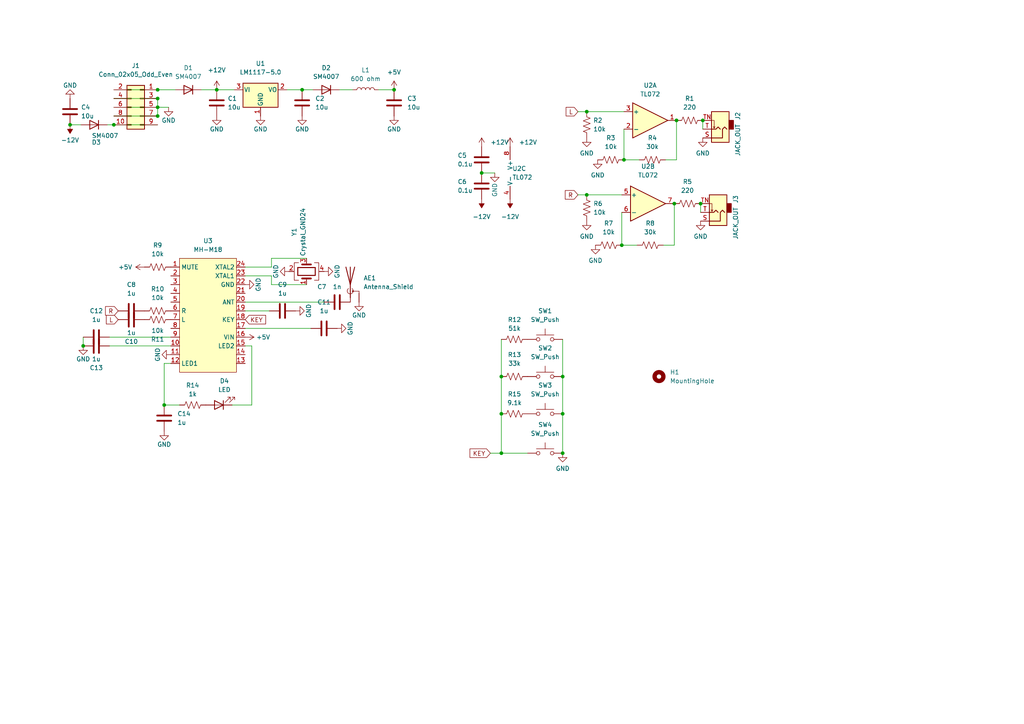
<source format=kicad_sch>
(kicad_sch (version 20211123) (generator eeschema)
  (paper "A4")
  (lib_symbols
    (symbol "Alex_Custom:MH-M18"
      (property "Reference" "U" (at 0 0 0))
      (property "Value" "MH-M18" (at 0 -36.83 0))
      (symbol "MH-M18_0_1"
        (rectangle (start -8.89 -2.54) (end 7.62 -35.56) (fill (type background)))
      )
      (symbol "MH-M18_1_1"
        (pin output line (at -11.43 -5.08 0) (length 2.54) (name "MUTE") (number "1"))
        (pin input line (at -11.43 -27.94 0) (length 2.54) (name "") (number "10"))
        (pin input line (at -11.43 -30.48 0) (length 2.54) (name "") (number "11"))
        (pin output line (at -11.43 -33.02 0) (length 2.54) (name "LED1") (number "12"))
        (pin input line (at 10.16 -33.02 180) (length 2.54) (name "") (number "13"))
        (pin input line (at 10.16 -30.48 180) (length 2.54) (name "") (number "14"))
        (pin output line (at 10.16 -27.94 180) (length 2.54) (name "LED2") (number "15"))
        (pin input line (at 10.16 -25.4 180) (length 2.54) (name "VIN") (number "16"))
        (pin input line (at 10.16 -22.86 180) (length 2.54) (name "") (number "17"))
        (pin input line (at 10.16 -20.32 180) (length 2.54) (name "KEY") (number "18"))
        (pin input line (at 10.16 -17.78 180) (length 2.54) (name "") (number "19"))
        (pin input line (at -11.43 -7.62 0) (length 2.54) (name "") (number "2"))
        (pin input line (at 10.16 -15.24 180) (length 2.54) (name "ANT") (number "20"))
        (pin input line (at 10.16 -12.7 180) (length 2.54) (name "") (number "21"))
        (pin input line (at 10.16 -10.16 180) (length 2.54) (name "GND") (number "22"))
        (pin input line (at 10.16 -7.62 180) (length 2.54) (name "XTAL1") (number "23"))
        (pin input line (at 10.16 -5.08 180) (length 2.54) (name "XTAL2") (number "24"))
        (pin input line (at -11.43 -10.16 0) (length 2.54) (name "") (number "3"))
        (pin input line (at -11.43 -12.7 0) (length 2.54) (name "") (number "4"))
        (pin input line (at -11.43 -15.24 0) (length 2.54) (name "") (number "5"))
        (pin output line (at -11.43 -17.78 0) (length 2.54) (name "R") (number "6"))
        (pin output line (at -11.43 -20.32 0) (length 2.54) (name "L") (number "7"))
        (pin input line (at -11.43 -22.86 0) (length 2.54) (name "") (number "8"))
        (pin input line (at -11.43 -25.4 0) (length 2.54) (name "") (number "9"))
      )
    )
    (symbol "Amplifier_Operational:TL072" (pin_names (offset 0.127))
      (property "Reference" "U" (at 0 5.08 0))
      (property "Value" "TL072" (at 0 -5.08 0))
      (symbol "TL072_1_1"
        (polyline (pts (xy -5.08 5.08) (xy 5.08 0) (xy -5.08 -5.08) (xy -5.08 5.08)) (stroke (width 0.254)) (fill (type background)))
        (pin output line (at 7.62 0 180) (length 2.54) (name "~") (number "1"))
        (pin input line (at -7.62 -2.54 0) (length 2.54) (name "-") (number "2"))
        (pin input line (at -7.62 2.54 0) (length 2.54) (name "+") (number "3"))
      )
      (symbol "TL072_2_1"
        (polyline (pts (xy -5.08 5.08) (xy 5.08 0) (xy -5.08 -5.08) (xy -5.08 5.08)) (stroke (width 0.254)) (fill (type background)))
        (pin input line (at -7.62 2.54 0) (length 2.54) (name "+") (number "5"))
        (pin input line (at -7.62 -2.54 0) (length 2.54) (name "-") (number "6"))
        (pin output line (at 7.62 0 180) (length 2.54) (name "~") (number "7"))
      )
      (symbol "TL072_3_1"
        (pin power_in line (at -2.54 -7.62 90) (length 3.81) (name "V-") (number "4"))
        (pin power_in line (at -2.54 7.62 270) (length 3.81) (name "V+") (number "8"))
      )
    )
    (symbol "Connector:AudioJack2_SwitchT"
      (property "Reference" "J" (at 0 8.89 0))
      (property "Value" "AudioJack2_SwitchT" (at 0 6.35 0))
      (symbol "AudioJack2_SwitchT_0_1"
        (rectangle (start -2.54 0) (end -3.81 -2.54) (stroke (width 0.254)) (fill (type outline)))
        (polyline (pts (xy 1.778 -0.254) (xy 2.032 -0.762)))
        (polyline (pts (xy 0 0) (xy 0.635 -0.635) (xy 1.27 0) (xy 2.54 0)) (stroke (width 0.254)))
        (polyline (pts (xy 2.54 -2.54) (xy 1.778 -2.54) (xy 1.778 -0.254) (xy 1.524 -0.762)))
        (polyline (pts (xy 2.54 2.54) (xy -0.635 2.54) (xy -0.635 0) (xy -1.27 -0.635) (xy -1.905 0)) (stroke (width 0.254)))
        (rectangle (start 2.54 3.81) (end -2.54 -5.08) (stroke (width 0.254)) (fill (type background)))
      )
      (symbol "AudioJack2_SwitchT_1_1"
        (pin passive line (at 5.08 2.54 180) (length 2.54) (name "~") (number "S"))
        (pin passive line (at 5.08 0 180) (length 2.54) (name "~") (number "T"))
        (pin passive line (at 5.08 -2.54 180) (length 2.54) (name "~") (number "TN"))
      )
    )
    (symbol "Connector_Generic:Conn_02x05_Odd_Even" (pin_names (offset 1.016) hide)
      (property "Reference" "J" (at 1.27 7.62 0))
      (property "Value" "Conn_02x05_Odd_Even" (at 1.27 -7.62 0))
      (symbol "Conn_02x05_Odd_Even_1_1"
        (rectangle (start -1.27 -4.953) (end 0 -5.207) (stroke (width 0.1524)))
        (rectangle (start -1.27 -2.413) (end 0 -2.667) (stroke (width 0.1524)))
        (rectangle (start -1.27 0.127) (end 0 -0.127) (stroke (width 0.1524)))
        (rectangle (start -1.27 2.667) (end 0 2.413) (stroke (width 0.1524)))
        (rectangle (start -1.27 5.207) (end 0 4.953) (stroke (width 0.1524)))
        (rectangle (start -1.27 6.35) (end 3.81 -6.35) (stroke (width 0.254)) (fill (type background)))
        (rectangle (start 3.81 -4.953) (end 2.54 -5.207) (stroke (width 0.1524)))
        (rectangle (start 3.81 -2.413) (end 2.54 -2.667) (stroke (width 0.1524)))
        (rectangle (start 3.81 0.127) (end 2.54 -0.127) (stroke (width 0.1524)))
        (rectangle (start 3.81 2.667) (end 2.54 2.413) (stroke (width 0.1524)))
        (rectangle (start 3.81 5.207) (end 2.54 4.953) (stroke (width 0.1524)))
        (pin passive line (at -5.08 5.08 0) (length 3.81) (name "Pin_1") (number "1"))
        (pin passive line (at 7.62 -5.08 180) (length 3.81) (name "Pin_10") (number "10"))
        (pin passive line (at 7.62 5.08 180) (length 3.81) (name "Pin_2") (number "2"))
        (pin passive line (at -5.08 2.54 0) (length 3.81) (name "Pin_3") (number "3"))
        (pin passive line (at 7.62 2.54 180) (length 3.81) (name "Pin_4") (number "4"))
        (pin passive line (at -5.08 0 0) (length 3.81) (name "Pin_5") (number "5"))
        (pin passive line (at 7.62 0 180) (length 3.81) (name "Pin_6") (number "6"))
        (pin passive line (at -5.08 -2.54 0) (length 3.81) (name "Pin_7") (number "7"))
        (pin passive line (at 7.62 -2.54 180) (length 3.81) (name "Pin_8") (number "8"))
        (pin passive line (at -5.08 -5.08 0) (length 3.81) (name "Pin_9") (number "9"))
      )
    )
    (symbol "Device:Antenna_Shield" (pin_numbers hide) (pin_names (offset 1.016) hide)
      (property "Reference" "AE" (at -1.905 4.445 0))
      (property "Value" "Antenna_Shield" (at -1.905 2.54 0))
      (symbol "Antenna_Shield_0_1"
        (arc (start -0.508 -1.143) (mid -0.8485 -2.1032) (end 0 -2.667))
        (arc (start 0 -2.667) (mid 0.8047 -2.0885) (end 0.508 -1.143))
        (polyline (pts (xy 0 -2.54) (xy 0 0)))
        (polyline (pts (xy 0 5.08) (xy 0 -3.81)) (stroke (width 0.254)))
        (polyline (pts (xy 0.762 -1.905) (xy 2.54 -1.905)))
        (polyline (pts (xy 2.54 -2.54) (xy 2.54 -1.905)))
        (polyline (pts (xy 1.27 5.08) (xy 0 0) (xy -1.27 5.08)) (stroke (width 0.254)))
        (circle (center 0.762 -1.905) (radius 0.1778) (fill (type outline)))
      )
      (symbol "Antenna_Shield_1_1"
        (pin input line (at 0 -5.08 90) (length 2.54) (name "A") (number "1"))
        (pin input line (at 2.54 -5.08 90) (length 2.54) (name "Shield") (number "2"))
      )
    )
    (symbol "Device:C" (pin_numbers hide) (pin_names (offset 0.254))
      (property "Reference" "C" (at 0.635 2.54 0))
      (property "Value" "C" (at 0.635 -2.54 0))
      (symbol "C_0_1"
        (polyline (pts (xy -2.032 -0.762) (xy 2.032 -0.762)) (stroke (width 0.508)))
        (polyline (pts (xy -2.032 0.762) (xy 2.032 0.762)) (stroke (width 0.508)))
      )
      (symbol "C_1_1"
        (pin passive line (at 0 3.81 270) (length 2.794) (name "~") (number "1"))
        (pin passive line (at 0 -3.81 90) (length 2.794) (name "~") (number "2"))
      )
    )
    (symbol "Device:Crystal_GND24" (pin_names (offset 1.016) hide)
      (property "Reference" "Y" (at 3.175 5.08 0))
      (property "Value" "Crystal_GND24" (at 3.175 3.175 0))
      (symbol "Crystal_GND24_0_1"
        (rectangle (start -1.143 2.54) (end 1.143 -2.54) (stroke (width 0.3048)))
        (polyline (pts (xy -2.54 0) (xy -2.032 0)))
        (polyline (pts (xy -2.032 -1.27) (xy -2.032 1.27)) (stroke (width 0.508)))
        (polyline (pts (xy 0 -3.81) (xy 0 -3.556)))
        (polyline (pts (xy 0 3.556) (xy 0 3.81)))
        (polyline (pts (xy 2.032 -1.27) (xy 2.032 1.27)) (stroke (width 0.508)))
        (polyline (pts (xy 2.032 0) (xy 2.54 0)))
        (polyline (pts (xy -2.54 -2.286) (xy -2.54 -3.556) (xy 2.54 -3.556) (xy 2.54 -2.286)))
        (polyline (pts (xy -2.54 2.286) (xy -2.54 3.556) (xy 2.54 3.556) (xy 2.54 2.286)))
      )
      (symbol "Crystal_GND24_1_1"
        (pin passive line (at -3.81 0 0) (length 1.27) (name "1") (number "1"))
        (pin passive line (at 0 5.08 270) (length 1.27) (name "2") (number "2"))
        (pin passive line (at 3.81 0 180) (length 1.27) (name "3") (number "3"))
        (pin passive line (at 0 -5.08 90) (length 1.27) (name "4") (number "4"))
      )
    )
    (symbol "Device:L" (pin_numbers hide) (pin_names (offset 1.016) hide)
      (property "Reference" "L" (at -1.27 0 90))
      (property "Value" "L" (at 1.905 0 90))
      (symbol "L_0_1"
        (arc (start 0 -2.54) (mid 0.635 -1.905) (end 0 -1.27))
        (arc (start 0 -1.27) (mid 0.635 -0.635) (end 0 0))
        (arc (start 0 0) (mid 0.635 0.635) (end 0 1.27))
        (arc (start 0 1.27) (mid 0.635 1.905) (end 0 2.54))
      )
      (symbol "L_1_1"
        (pin passive line (at 0 3.81 270) (length 1.27) (name "1") (number "1"))
        (pin passive line (at 0 -3.81 90) (length 1.27) (name "2") (number "2"))
      )
    )
    (symbol "Device:LED" (pin_numbers hide) (pin_names (offset 1.016) hide)
      (property "Reference" "D" (at 0 2.54 0))
      (property "Value" "LED" (at 0 -2.54 0))
      (symbol "LED_0_1"
        (polyline (pts (xy -1.27 -1.27) (xy -1.27 1.27)) (stroke (width 0.254)))
        (polyline (pts (xy -1.27 0) (xy 1.27 0)))
        (polyline (pts (xy 1.27 -1.27) (xy 1.27 1.27) (xy -1.27 0) (xy 1.27 -1.27)) (stroke (width 0.254)))
        (polyline (pts (xy -3.048 -0.762) (xy -4.572 -2.286) (xy -3.81 -2.286) (xy -4.572 -2.286) (xy -4.572 -1.524)))
        (polyline (pts (xy -1.778 -0.762) (xy -3.302 -2.286) (xy -2.54 -2.286) (xy -3.302 -2.286) (xy -3.302 -1.524)))
      )
      (symbol "LED_1_1"
        (pin passive line (at -3.81 0 0) (length 2.54) (name "K") (number "1"))
        (pin passive line (at 3.81 0 180) (length 2.54) (name "A") (number "2"))
      )
    )
    (symbol "Device:R_US" (pin_numbers hide) (pin_names (offset 0))
      (property "Reference" "R" (at 2.54 0 90))
      (property "Value" "R_US" (at -2.54 0 90))
      (symbol "R_US_0_1"
        (polyline (pts (xy 0 -2.286) (xy 0 -2.54)))
        (polyline (pts (xy 0 2.286) (xy 0 2.54)))
        (polyline (pts (xy 0 -0.762) (xy 1.016 -1.143) (xy 0 -1.524) (xy -1.016 -1.905) (xy 0 -2.286)))
        (polyline (pts (xy 0 0.762) (xy 1.016 0.381) (xy 0 0) (xy -1.016 -0.381) (xy 0 -0.762)))
        (polyline (pts (xy 0 2.286) (xy 1.016 1.905) (xy 0 1.524) (xy -1.016 1.143) (xy 0 0.762)))
      )
      (symbol "R_US_1_1"
        (pin passive line (at 0 3.81 270) (length 1.27) (name "~") (number "1"))
        (pin passive line (at 0 -3.81 90) (length 1.27) (name "~") (number "2"))
      )
    )
    (symbol "Diode:SM4007" (pin_numbers hide) (pin_names (offset 1.016) hide)
      (property "Reference" "D" (at 0 2.54 0))
      (property "Value" "SM4007" (at 0 -2.54 0))
      (symbol "SM4007_0_1"
        (polyline (pts (xy -1.27 1.27) (xy -1.27 -1.27)) (stroke (width 0.254)))
        (polyline (pts (xy 1.27 0) (xy -1.27 0)))
        (polyline (pts (xy 1.27 1.27) (xy 1.27 -1.27) (xy -1.27 0) (xy 1.27 1.27)) (stroke (width 0.254)))
      )
      (symbol "SM4007_1_1"
        (pin passive line (at -3.81 0 0) (length 2.54) (name "K") (number "1"))
        (pin passive line (at 3.81 0 180) (length 2.54) (name "A") (number "2"))
      )
    )
    (symbol "Mechanical:MountingHole" (pin_names (offset 1.016))
      (property "Reference" "H" (at 0 5.08 0))
      (property "Value" "MountingHole" (at 0 3.175 0))
      (symbol "MountingHole_0_1"
        (circle (center 0 0) (radius 1.27) (stroke (width 1.27)))
      )
    )
    (symbol "Regulator_Linear:LM1117-5.0" (pin_names (offset 0.254))
      (property "Reference" "U" (at -3.81 3.175 0))
      (property "Value" "LM1117-5.0" (at 0 3.175 0))
      (symbol "LM1117-5.0_0_1"
        (rectangle (start -5.08 -5.08) (end 5.08 1.905) (stroke (width 0.254)) (fill (type background)))
      )
      (symbol "LM1117-5.0_1_1"
        (pin power_in line (at 0 -7.62 90) (length 2.54) (name "GND") (number "1"))
        (pin power_out line (at 7.62 0 180) (length 2.54) (name "VO") (number "2"))
        (pin power_in line (at -7.62 0 0) (length 2.54) (name "VI") (number "3"))
      )
    )
    (symbol "Switch:SW_Push" (pin_numbers hide) (pin_names (offset 1.016) hide)
      (property "Reference" "SW" (at 1.27 2.54 0))
      (property "Value" "SW_Push" (at 0 -1.524 0))
      (symbol "SW_Push_0_1"
        (circle (center -2.032 0) (radius 0.508))
        (polyline (pts (xy 0 1.27) (xy 0 3.048)))
        (polyline (pts (xy 2.54 1.27) (xy -2.54 1.27)))
        (circle (center 2.032 0) (radius 0.508))
        (pin passive line (at -5.08 0 0) (length 2.54) (name "1") (number "1"))
        (pin passive line (at 5.08 0 180) (length 2.54) (name "2") (number "2"))
      )
    )
    (symbol "power:+12V" (power) (pin_names (offset 0))
      (property "Value" "+12V" (at 0 3.556 0))
      (symbol "+12V_0_1"
        (polyline (pts (xy -0.762 1.27) (xy 0 2.54)))
        (polyline (pts (xy 0 0) (xy 0 2.54)))
        (polyline (pts (xy 0 2.54) (xy 0.762 1.27)))
      )
      (symbol "+12V_1_1"
        (pin power_in line (at 0 0 90) (length 0) hide (name "+12V") (number "1"))
      )
    )
    (symbol "power:+5V" (power) (pin_names (offset 0))
      (property "Value" "+5V" (at 0 3.556 0))
      (symbol "+5V_0_1"
        (polyline (pts (xy -0.762 1.27) (xy 0 2.54)))
        (polyline (pts (xy 0 0) (xy 0 2.54)))
        (polyline (pts (xy 0 2.54) (xy 0.762 1.27)))
      )
      (symbol "+5V_1_1"
        (pin power_in line (at 0 0 90) (length 0) hide (name "+5V") (number "1"))
      )
    )
    (symbol "power:-12V" (power) (pin_names (offset 0))
      (property "Value" "-12V" (at 0 3.81 0))
      (symbol "-12V_0_0"
        (pin power_in line (at 0 0 90) (length 0) hide (name "-12V") (number "1"))
      )
      (symbol "-12V_0_1"
        (polyline (pts (xy 0 0) (xy 0 1.27) (xy 0.762 1.27) (xy 0 2.54) (xy -0.762 1.27) (xy 0 1.27)) (fill (type outline)))
      )
    )
    (symbol "power:GND" (power) (pin_names (offset 0))
      (property "Value" "GND" (at 0 -3.81 0))
      (symbol "GND_0_1"
        (polyline (pts (xy 0 0) (xy 0 -1.27) (xy 1.27 -1.27) (xy 0 -2.54) (xy -1.27 -1.27) (xy 0 -1.27)))
      )
      (symbol "GND_1_1"
        (pin power_in line (at 0 0 270) (length 0) hide (name "GND") (number "1"))
      )
    )
  )
  (junction (at 62.865 26.035))
  (junction (at 24.13 100.33))
  (junction (at 180.34 71.12))
  (junction (at 45.72 26.035))
  (junction (at 20.32 36.195))
  (junction (at 170.18 56.515))
  (junction (at 145.415 109.22))
  (junction (at 196.215 34.925))
  (junction (at 114.3 26.035))
  (junction (at 163.195 109.22))
  (junction (at 163.195 120.015))
  (junction (at 163.195 131.445))
  (junction (at 139.7 50.165))
  (junction (at 195.58 59.055))
  (junction (at 33.02 36.195))
  (junction (at 203.2 59.055))
  (junction (at 170.18 32.385))
  (junction (at 87.63 26.035))
  (junction (at 145.415 120.015))
  (junction (at 45.72 33.655))
  (junction (at 47.625 117.475))
  (junction (at 203.835 34.925))
  (junction (at 45.72 28.575))
  (junction (at 180.975 46.355))
  (junction (at 145.415 131.445))
  (junction (at 45.72 31.115))
  (wire (pts (xy 71.12 80.01) (xy 78.74 80.01)))
  (wire (pts (xy 78.74 80.01) (xy 78.74 82.55)))
  (wire (pts (xy 47.625 117.475) (xy 52.07 117.475)))
  (wire (pts (xy 47.625 105.41) (xy 47.625 117.475)))
  (wire (pts (xy 78.74 74.93) (xy 88.9 74.93)))
  (wire (pts (xy 62.865 26.035) (xy 58.42 26.035)))
  (wire (pts (xy 109.855 26.035) (xy 114.3 26.035)))
  (wire (pts (xy 167.64 56.515) (xy 170.18 56.515)))
  (wire (pts (xy 142.24 131.445) (xy 145.415 131.445)))
  (wire (pts (xy 153.035 131.445) (xy 145.415 131.445)))
  (wire (pts (xy 203.2 59.055) (xy 203.2 61.595)))
  (wire (pts (xy 83.185 26.035) (xy 87.63 26.035)))
  (wire (pts (xy 73.025 100.33) (xy 73.025 117.475)))
  (wire (pts (xy 49.53 105.41) (xy 47.625 105.41)))
  (wire (pts (xy 24.13 97.79) (xy 24.13 100.33)))
  (wire (pts (xy 33.02 28.575) (xy 45.72 28.575)))
  (wire (pts (xy 195.58 59.055) (xy 195.58 71.12)))
  (wire (pts (xy 33.02 33.655) (xy 45.72 33.655)))
  (wire (pts (xy 45.72 31.115) (xy 45.72 28.575)))
  (wire (pts (xy 71.12 100.33) (xy 73.025 100.33)))
  (wire (pts (xy 196.215 46.355) (xy 196.215 34.925)))
  (wire (pts (xy 45.72 33.655) (xy 45.72 31.115)))
  (wire (pts (xy 33.02 31.115) (xy 45.72 31.115)))
  (wire (pts (xy 163.195 109.22) (xy 163.195 120.015)))
  (wire (pts (xy 163.195 120.015) (xy 163.195 131.445)))
  (wire (pts (xy 33.02 26.035) (xy 45.72 26.035)))
  (wire (pts (xy 31.115 36.195) (xy 33.02 36.195)))
  (wire (pts (xy 180.34 71.12) (xy 184.785 71.12)))
  (wire (pts (xy 180.34 61.595) (xy 180.34 71.12)))
  (wire (pts (xy 73.025 117.475) (xy 67.31 117.475)))
  (wire (pts (xy 163.195 98.425) (xy 163.195 109.22)))
  (wire (pts (xy 45.72 26.035) (xy 50.8 26.035)))
  (wire (pts (xy 195.58 71.12) (xy 192.405 71.12)))
  (wire (pts (xy 31.75 97.79) (xy 49.53 97.79)))
  (wire (pts (xy 71.12 95.25) (xy 90.17 95.25)))
  (wire (pts (xy 143.51 50.165) (xy 139.7 50.165)))
  (wire (pts (xy 145.415 109.22) (xy 145.415 120.015)))
  (wire (pts (xy 170.18 56.515) (xy 180.34 56.515)))
  (wire (pts (xy 33.02 36.195) (xy 45.72 36.195)))
  (wire (pts (xy 20.32 36.195) (xy 23.495 36.195)))
  (wire (pts (xy 87.63 26.035) (xy 90.805 26.035)))
  (wire (pts (xy 98.425 26.035) (xy 102.235 26.035)))
  (wire (pts (xy 78.74 77.47) (xy 78.74 74.93)))
  (wire (pts (xy 78.74 82.55) (xy 88.9 82.55)))
  (wire (pts (xy 167.64 32.385) (xy 170.18 32.385)))
  (wire (pts (xy 185.42 46.355) (xy 180.975 46.355)))
  (wire (pts (xy 31.75 100.33) (xy 49.53 100.33)))
  (wire (pts (xy 170.18 32.385) (xy 180.975 32.385)))
  (wire (pts (xy 45.72 31.115) (xy 48.895 31.115)))
  (wire (pts (xy 180.975 46.355) (xy 180.975 37.465)))
  (wire (pts (xy 71.12 90.17) (xy 78.105 90.17)))
  (wire (pts (xy 145.415 98.425) (xy 145.415 109.22)))
  (wire (pts (xy 71.12 87.63) (xy 93.98 87.63)))
  (wire (pts (xy 67.945 26.035) (xy 62.865 26.035)))
  (wire (pts (xy 203.835 34.925) (xy 203.835 37.465)))
  (wire (pts (xy 145.415 120.015) (xy 145.415 131.445)))
  (wire (pts (xy 193.04 46.355) (xy 196.215 46.355)))
  (wire (pts (xy 71.12 77.47) (xy 78.74 77.47)))
  (global_label "KEY" (shape input) (at 71.12 92.71 0) (property "Intersheet References" "${INTERSHEET_REFS}" (effects hide)))
  (global_label "R" (shape input) (at 34.29 90.17 180) (property "Intersheet References" "${INTERSHEET_REFS}" (effects hide)))
  (global_label "R" (shape input) (at 167.64 56.515 180) (property "Intersheet References" "${INTERSHEET_REFS}" (effects hide)))
  (global_label "L" (shape input) (at 167.64 32.385 180) (property "Intersheet References" "${INTERSHEET_REFS}" (effects hide)))
  (global_label "L" (shape input) (at 34.29 92.71 180) (property "Intersheet References" "${INTERSHEET_REFS}" (effects hide)))
  (global_label "KEY" (shape input) (at 142.24 131.445 180) (property "Intersheet References" "${INTERSHEET_REFS}" (effects hide)))
  (symbol (lib_id "power:GND") (at 170.18 40.005 0) (mirror y) (unit 1)
    (property "Reference" "#PWR010" (effects hide))
    (property "Value" "GND" (at 170.18 44.45 0))
  )
  (symbol (lib_id "Device:C") (at 97.79 87.63 90) (unit 1)
    (property "Reference" "C7" (at 93.345 83.185 90))
    (property "Value" "1n" (at 97.79 83.185 90))
    (property "Footprint" "Capacitor_SMD:C_0603_1608Metric" (effects hide))
  )
  (symbol (lib_id "Device:R_US") (at 170.18 36.195 180) (unit 1)
    (property "Reference" "R2" (at 172.0564 34.9249 0) (effects (justify right)))
    (property "Value" "10k" (at 172.0564 37.4649 0) (effects (justify right)))
    (property "Footprint" "Resistor_SMD:R_0603_1608Metric" (effects hide))
  )
  (symbol (lib_id "Device:R_US") (at 45.72 77.47 90) (unit 1)
    (property "Reference" "R9" (at 45.72 71.12 90))
    (property "Value" "10k" (at 45.72 73.66 90))
    (property "Footprint" "Resistor_SMD:R_0603_1608Metric" (effects hide))
  )
  (symbol (lib_id "power:GND") (at 62.865 33.655 0) (mirror y) (unit 1)
    (property "Reference" "#PWR05" (effects hide))
    (property "Value" "GND" (at 62.865 37.465 0))
  )
  (symbol (lib_id "Device:R_US") (at 189.23 46.355 90) (unit 1)
    (property "Reference" "R4" (at 189.23 40.005 90))
    (property "Value" "30k" (at 189.23 42.545 90))
    (property "Footprint" "Resistor_SMD:R_0603_1608Metric" (effects hide))
  )
  (symbol (lib_id "power:GND") (at 143.51 50.165 0) (unit 1)
    (property "Reference" "#PWR015" (effects hide))
    (property "Value" "GND" (at 143.51 57.15 90) (effects (justify left)))
  )
  (symbol (lib_id "Device:C") (at 27.94 97.79 90) (unit 1)
    (property "Reference" "C12" (at 27.94 90.17 90))
    (property "Value" "1u" (at 27.94 92.71 90))
    (property "Footprint" "Capacitor_SMD:C_0603_1608Metric" (effects hide))
  )
  (symbol (lib_id "Device:C") (at 27.94 100.33 90) (unit 1)
    (property "Reference" "C13" (at 27.94 106.68 90))
    (property "Value" "1u" (at 27.94 104.14 90))
    (property "Footprint" "Capacitor_SMD:C_0603_1608Metric" (effects hide))
  )
  (symbol (lib_id "Device:R_US") (at 177.165 46.355 90) (unit 1)
    (property "Reference" "R3" (at 177.165 40.005 90))
    (property "Value" "10k" (at 177.165 42.545 90))
    (property "Footprint" "Resistor_SMD:R_0603_1608Metric" (effects hide))
  )
  (symbol (lib_id "Device:Crystal_GND24") (at 88.9 78.74 90) (unit 1)
    (property "Reference" "Y1" (at 85.3186 67.31 0))
    (property "Value" "Crystal_GND24" (at 87.8586 67.31 0))
    (property "Footprint" "Crystal:Crystal_SMD_2520-4Pin_2.5x2.0mm" (effects hide))
  )
  (symbol (lib_id "power:GND") (at 48.895 31.115 0) (mirror y) (unit 1)
    (property "Reference" "#PWR04" (effects hide))
    (property "Value" "GND" (at 48.895 34.925 0))
  )
  (symbol (lib_id "power:GND") (at 87.63 33.655 0) (mirror y) (unit 1)
    (property "Reference" "#PWR07" (effects hide))
    (property "Value" "GND" (at 87.63 37.465 0))
  )
  (symbol (lib_id "Connector_Generic:Conn_02x05_Odd_Even") (at 40.64 31.115 0) (mirror y) (unit 1)
    (property "Reference" "J1" (at 39.37 19.05 0))
    (property "Value" "Conn_02x05_Odd_Even" (at 39.37 21.59 0))
    (property "Footprint" "4ms_Connector:Pins_2x05_2.54mm_TH_Europower" (effects hide))
  )
  (symbol (lib_id "power:-12V") (at 20.32 36.195 180) (unit 1)
    (property "Reference" "#PWR09" (effects hide))
    (property "Value" "-12V" (at 20.32 40.64 0))
  )
  (symbol (lib_id "Device:LED") (at 63.5 117.475 180) (unit 1)
    (property "Reference" "D4" (at 65.0875 110.49 0))
    (property "Value" "LED" (at 65.0875 113.03 0))
    (property "Footprint" "LED_THT:LED_D3.0mm" (effects hide))
  )
  (symbol (lib_id "Device:C") (at 81.915 90.17 90) (unit 1)
    (property "Reference" "C9" (at 81.915 82.55 90))
    (property "Value" "1u" (at 81.915 85.09 90))
    (property "Footprint" "Capacitor_SMD:C_0603_1608Metric" (effects hide))
  )
  (symbol (lib_id "power:GND") (at 203.835 40.005 0) (mirror y) (unit 1)
    (property "Reference" "#PWR011" (effects hide))
    (property "Value" "GND" (at 203.835 44.45 0))
  )
  (symbol (lib_id "power:GND") (at 47.625 125.095 0) (mirror y) (unit 1)
    (property "Reference" "#PWR031" (effects hide))
    (property "Value" "GND" (at 47.625 128.905 0))
  )
  (symbol (lib_id "Regulator_Linear:LM1117-5.0") (at 75.565 26.035 0) (unit 1)
    (property "Reference" "U1" (at 75.565 18.415 0))
    (property "Value" "LM1117-5.0" (at 75.565 20.955 0))
    (property "Footprint" "Package_TO_SOT_SMD:SOT-223-3_TabPin2" (effects hide))
    (property "Datasheet" "http://www.ti.com/lit/ds/symlink/lm1117.pdf" (effects hide))
  )
  (symbol (lib_id "power:+12V") (at 62.865 26.035 0) (unit 1)
    (property "Reference" "#PWR01" (effects hide))
    (property "Value" "+12V" (at 62.865 20.32 0))
  )
  (symbol (lib_id "power:GND") (at 97.79 95.25 90) (mirror x) (unit 1)
    (property "Reference" "#PWR027" (effects hide))
    (property "Value" "GND" (at 101.6 95.25 0))
  )
  (symbol (lib_id "Device:R_US") (at 200.025 34.925 90) (unit 1)
    (property "Reference" "R1" (at 200.025 28.575 90))
    (property "Value" "220" (at 200.025 31.115 90))
    (property "Footprint" "Resistor_SMD:R_0603_1608Metric" (effects hide))
  )
  (symbol (lib_id "Device:C") (at 139.7 46.355 0) (unit 1)
    (property "Reference" "C5" (at 132.715 45.085 0) (effects (justify left)))
    (property "Value" "0.1u" (at 132.715 47.625 0) (effects (justify left)))
    (property "Footprint" "Capacitor_SMD:C_0603_1608Metric" (effects hide))
  )
  (symbol (lib_id "power:GND") (at 170.18 64.135 0) (mirror y) (unit 1)
    (property "Reference" "#PWR018" (effects hide))
    (property "Value" "GND" (at 170.18 68.58 0))
  )
  (symbol (lib_id "Device:C") (at 93.98 95.25 90) (unit 1)
    (property "Reference" "C11" (at 93.98 87.63 90))
    (property "Value" "1u" (at 93.98 90.17 90))
    (property "Footprint" "Capacitor_SMD:C_0603_1608Metric" (effects hide))
  )
  (symbol (lib_id "Switch:SW_Push") (at 158.115 131.445 0) (unit 1)
    (property "Reference" "SW4" (at 158.115 123.19 0))
    (property "Value" "SW_Push" (at 158.115 125.73 0))
    (property "Footprint" "Button_Switch_THT:SW_PUSH_6mm" (effects hide))
  )
  (symbol (lib_id "power:-12V") (at 139.7 57.785 180) (unit 1)
    (property "Reference" "#PWR016" (effects hide))
    (property "Value" "-12V" (at 139.7 62.865 0))
  )
  (symbol (lib_id "Device:R_US") (at 45.72 92.71 90) (unit 1)
    (property "Reference" "R11" (at 45.72 98.425 90))
    (property "Value" "10k" (at 45.72 95.885 90))
    (property "Footprint" "Resistor_SMD:R_0603_1608Metric" (effects hide))
  )
  (symbol (lib_id "Device:C") (at 139.7 53.975 0) (unit 1)
    (property "Reference" "C6" (at 132.715 52.705 0) (effects (justify left)))
    (property "Value" "0.1u" (at 132.715 55.245 0) (effects (justify left)))
    (property "Footprint" "Capacitor_SMD:C_0603_1608Metric" (effects hide))
  )
  (symbol (lib_id "power:GND") (at 85.725 90.17 90) (mirror x) (unit 1)
    (property "Reference" "#PWR026" (effects hide))
    (property "Value" "GND" (at 89.535 90.17 0))
  )
  (symbol (lib_id "Device:R_US") (at 199.39 59.055 90) (unit 1)
    (property "Reference" "R5" (at 199.39 52.705 90))
    (property "Value" "220" (at 199.39 55.245 90))
    (property "Footprint" "Resistor_SMD:R_0603_1608Metric" (effects hide))
  )
  (symbol (lib_id "Device:R_US") (at 55.88 117.475 90) (unit 1)
    (property "Reference" "R14" (at 55.88 111.76 90))
    (property "Value" "1k" (at 55.88 114.3 90))
    (property "Footprint" "Resistor_SMD:R_0603_1608Metric" (effects hide))
  )
  (symbol (lib_id "power:GND") (at 93.98 78.74 90) (mirror x) (unit 1)
    (property "Reference" "#PWR023" (effects hide))
    (property "Value" "GND" (at 97.79 78.74 0))
  )
  (symbol (lib_id "Connector:AudioJack2_SwitchT") (at 208.28 61.595 180) (unit 1)
    (property "Reference" "J3" (at 213.36 57.785 90))
    (property "Value" "JACK_OUT" (at 213.36 64.77 90))
    (property "Footprint" "Connector_Audio:Jack_3.5mm_QingPu_WQP-PJ398SM_Vertical_CircularHoles" (effects hide))
  )
  (symbol (lib_id "power:+12V") (at 147.955 42.545 0) (mirror y) (unit 1)
    (property "Reference" "#PWR013" (effects hide))
    (property "Value" "+12V" (at 150.495 41.2751 0) (effects (justify right)))
  )
  (symbol (lib_id "power:GND") (at 203.2 64.135 0) (mirror y) (unit 1)
    (property "Reference" "#PWR019" (effects hide))
    (property "Value" "GND" (at 203.2 68.58 0))
  )
  (symbol (lib_id "Connector:AudioJack2_SwitchT") (at 208.915 37.465 180) (unit 1)
    (property "Reference" "J2" (at 213.995 33.655 90))
    (property "Value" "JACK_OUT" (at 213.995 40.64 90))
    (property "Footprint" "Connector_Audio:Jack_3.5mm_QingPu_WQP-PJ398SM_Vertical_CircularHoles" (effects hide))
  )
  (symbol (lib_id "Device:C") (at 38.1 90.17 90) (unit 1)
    (property "Reference" "C8" (at 38.1 82.55 90))
    (property "Value" "1u" (at 38.1 85.09 90))
    (property "Footprint" "Capacitor_SMD:C_0603_1608Metric" (effects hide))
  )
  (symbol (lib_id "Device:C") (at 47.625 121.285 180) (unit 1)
    (property "Reference" "C14" (at 51.435 120.0149 0) (effects (justify right)))
    (property "Value" "1u" (at 51.435 122.5549 0) (effects (justify right)))
    (property "Footprint" "Capacitor_SMD:C_0603_1608Metric" (effects hide))
  )
  (symbol (lib_id "power:GND") (at 173.355 46.355 0) (mirror y) (unit 1)
    (property "Reference" "#PWR014" (effects hide))
    (property "Value" "GND" (at 173.355 50.8 0))
  )
  (symbol (lib_id "Switch:SW_Push") (at 158.115 109.22 0) (unit 1)
    (property "Reference" "SW2" (at 158.115 100.965 0))
    (property "Value" "SW_Push" (at 158.115 103.505 0))
    (property "Footprint" "Button_Switch_THT:SW_PUSH_6mm" (effects hide))
  )
  (symbol (lib_id "Device:R_US") (at 149.225 120.015 90) (unit 1)
    (property "Reference" "R15" (at 149.225 114.3 90))
    (property "Value" "9.1k" (at 149.225 116.84 90))
    (property "Footprint" "Resistor_SMD:R_0603_1608Metric" (effects hide))
  )
  (symbol (lib_id "Device:C") (at 62.865 29.845 0) (unit 1)
    (property "Reference" "C1" (at 66.04 28.5749 0) (effects (justify left)))
    (property "Value" "10u" (at 66.04 31.1149 0) (effects (justify left)))
    (property "Footprint" "Capacitor_SMD:C_0603_1608Metric" (effects hide))
  )
  (symbol (lib_id "power:+12V") (at 139.7 42.545 0) (mirror y) (unit 1)
    (property "Reference" "#PWR012" (effects hide))
    (property "Value" "+12V" (at 142.24 41.2751 0) (effects (justify right)))
  )
  (symbol (lib_id "Mechanical:MountingHole") (at 191.135 109.22 0) (unit 1)
    (property "Reference" "H1" (at 194.31 107.9499 0) (effects (justify left)))
    (property "Value" "MountingHole" (at 194.31 110.4899 0) (effects (justify left)))
    (property "Footprint" "MountingHole:MountingHole_2.2mm_M2" (effects hide))
  )
  (symbol (lib_id "Device:R_US") (at 188.595 71.12 90) (unit 1)
    (property "Reference" "R8" (at 188.595 64.77 90))
    (property "Value" "30k" (at 188.595 67.31 90))
    (property "Footprint" "Resistor_SMD:R_0603_1608Metric" (effects hide))
  )
  (symbol (lib_id "Device:R_US") (at 45.72 90.17 90) (unit 1)
    (property "Reference" "R10" (at 45.72 83.82 90))
    (property "Value" "10k" (at 45.72 86.36 90))
    (property "Footprint" "Resistor_SMD:R_0603_1608Metric" (effects hide))
  )
  (symbol (lib_id "power:+5V") (at 71.12 97.79 270) (unit 1)
    (property "Reference" "#PWR028" (effects hide))
    (property "Value" "+5V" (at 74.295 97.7899 90) (effects (justify left)))
  )
  (symbol (lib_id "Switch:SW_Push") (at 158.115 120.015 0) (unit 1)
    (property "Reference" "SW3" (at 158.115 111.76 0))
    (property "Value" "SW_Push" (at 158.115 114.3 0))
    (property "Footprint" "Button_Switch_THT:SW_PUSH_6mm" (effects hide))
  )
  (symbol (lib_id "Device:C") (at 114.3 29.845 0) (unit 1)
    (property "Reference" "C3" (at 118.11 28.5749 0) (effects (justify left)))
    (property "Value" "10u" (at 118.11 31.1149 0) (effects (justify left)))
    (property "Footprint" "Capacitor_SMD:C_0603_1608Metric" (effects hide))
  )
  (symbol (lib_id "power:GND") (at 163.195 131.445 0) (mirror y) (unit 1)
    (property "Reference" "#PWR032" (effects hide))
    (property "Value" "GND" (at 163.195 135.89 0))
  )
  (symbol (lib_id "Device:R_US") (at 170.18 60.325 180) (unit 1)
    (property "Reference" "R6" (at 172.085 59.0549 0) (effects (justify right)))
    (property "Value" "10k" (at 172.085 61.5949 0) (effects (justify right)))
    (property "Footprint" "Resistor_SMD:R_0603_1608Metric" (effects hide))
  )
  (symbol (lib_id "Amplifier_Operational:TL072") (at 187.96 59.055 0) (unit 2)
    (property "Reference" "U2" (at 187.96 48.26 0))
    (property "Value" "TL072" (at 187.96 50.8 0))
    (property "Footprint" "Package_SO:SOIC-8_3.9x4.9mm_P1.27mm" (effects hide))
    (property "Datasheet" "http://www.ti.com/lit/ds/symlink/tl071.pdf" (effects hide))
  )
  (symbol (lib_id "Diode:SM4007") (at 27.305 36.195 180) (unit 1)
    (property "Reference" "D3" (at 27.94 41.275 0))
    (property "Value" "SM4007" (at 30.48 39.37 0))
    (property "Footprint" "Diode_SMD:D_SOD-123" (effects hide))
    (property "Datasheet" "http://cdn-reichelt.de/documents/datenblatt/A400/SMD1N400%23DIO.pdf" (effects hide))
  )
  (symbol (lib_id "Device:C") (at 20.32 32.385 0) (unit 1)
    (property "Reference" "C4" (at 23.495 31.1149 0) (effects (justify left)))
    (property "Value" "10u" (at 23.495 33.6549 0) (effects (justify left)))
    (property "Footprint" "Capacitor_SMD:C_0603_1608Metric" (effects hide))
  )
  (symbol (lib_id "power:GND") (at 71.12 82.55 90) (mirror x) (unit 1)
    (property "Reference" "#PWR024" (effects hide))
    (property "Value" "GND" (at 74.93 82.55 0))
  )
  (symbol (lib_id "power:GND") (at 172.72 71.12 0) (mirror y) (unit 1)
    (property "Reference" "#PWR020" (effects hide))
    (property "Value" "GND" (at 172.72 75.565 0))
  )
  (symbol (lib_id "power:GND") (at 24.13 100.33 0) (mirror y) (unit 1)
    (property "Reference" "#PWR029" (effects hide))
    (property "Value" "GND" (at 24.13 104.14 0))
  )
  (symbol (lib_id "power:GND") (at 75.565 33.655 0) (mirror y) (unit 1)
    (property "Reference" "#PWR06" (effects hide))
    (property "Value" "GND" (at 75.565 37.465 0))
  )
  (symbol (lib_id "power:+5V") (at 41.91 77.47 90) (unit 1)
    (property "Reference" "#PWR021" (effects hide))
    (property "Value" "+5V" (at 34.29 77.47 90) (effects (justify right)))
  )
  (symbol (lib_id "Device:L") (at 106.045 26.035 90) (unit 1)
    (property "Reference" "L1" (at 106.045 20.32 90))
    (property "Value" "600 ohm" (at 106.045 22.86 90))
    (property "Footprint" "Inductor_SMD:L_0603_1608Metric" (effects hide))
  )
  (symbol (lib_id "Amplifier_Operational:TL072") (at 188.595 34.925 0) (unit 1)
    (property "Reference" "U2" (at 188.595 24.765 0))
    (property "Value" "TL072" (at 188.595 27.305 0))
    (property "Footprint" "Package_SO:SOIC-8_3.9x4.9mm_P1.27mm" (effects hide))
    (property "Datasheet" "http://www.ti.com/lit/ds/symlink/tl071.pdf" (effects hide))
  )
  (symbol (lib_id "Device:R_US") (at 149.225 109.22 90) (unit 1)
    (property "Reference" "R13" (at 149.225 102.87 90))
    (property "Value" "33k" (at 149.225 105.41 90))
    (property "Footprint" "Resistor_SMD:R_0603_1608Metric" (effects hide))
  )
  (symbol (lib_id "power:GND") (at 104.14 87.63 0) (mirror y) (unit 1)
    (property "Reference" "#PWR025" (effects hide))
    (property "Value" "GND" (at 104.14 91.44 0))
  )
  (symbol (lib_id "Device:Antenna_Shield") (at 101.6 82.55 0) (unit 1)
    (property "Reference" "AE1" (at 105.41 80.6449 0) (effects (justify left)))
    (property "Value" "Antenna_Shield" (at 105.41 83.1849 0) (effects (justify left)))
    (property "Footprint" "RF_Antenna:Texas_SWRA117D_2.4GHz_Right" (effects hide))
  )
  (symbol (lib_id "power:-12V") (at 147.955 57.785 180) (unit 1)
    (property "Reference" "#PWR017" (effects hide))
    (property "Value" "-12V" (at 147.955 62.865 0))
  )
  (symbol (lib_id "Diode:SM4007") (at 94.615 26.035 180) (unit 1)
    (property "Reference" "D2" (at 94.615 19.685 0))
    (property "Value" "SM4007" (at 94.615 22.225 0))
    (property "Footprint" "Diode_SMD:D_SOD-123" (effects hide))
    (property "Datasheet" "http://cdn-reichelt.de/documents/datenblatt/A400/SMD1N400%23DIO.pdf" (effects hide))
  )
  (symbol (lib_id "power:GND") (at 114.3 33.655 0) (mirror y) (unit 1)
    (property "Reference" "#PWR08" (effects hide))
    (property "Value" "GND" (at 114.3 37.465 0))
  )
  (symbol (lib_id "Device:R_US") (at 149.225 98.425 90) (unit 1)
    (property "Reference" "R12" (at 149.225 92.71 90))
    (property "Value" "51k" (at 149.225 95.25 90))
    (property "Footprint" "Resistor_SMD:R_0603_1608Metric" (effects hide))
  )
  (symbol (lib_id "power:GND") (at 83.82 78.74 270) (mirror x) (unit 1)
    (property "Reference" "#PWR022" (effects hide))
    (property "Value" "GND" (at 80.01 78.74 0))
  )
  (symbol (lib_id "Amplifier_Operational:TL072") (at 150.495 50.165 0) (unit 3)
    (property "Reference" "U2" (at 148.59 48.8949 0) (effects (justify left)))
    (property "Value" "TL072" (at 148.59 51.4349 0) (effects (justify left)))
    (property "Footprint" "Package_SO:SOIC-8_3.9x4.9mm_P1.27mm" (effects hide))
    (property "Datasheet" "http://www.ti.com/lit/ds/symlink/tl071.pdf" (effects hide))
  )
  (symbol (lib_id "power:GND") (at 20.32 28.575 0) (mirror x) (unit 1)
    (property "Reference" "#PWR03" (effects hide))
    (property "Value" "GND" (at 20.32 24.765 0))
  )
  (symbol (lib_id "Switch:SW_Push") (at 158.115 98.425 0) (unit 1)
    (property "Reference" "SW1" (at 158.115 90.17 0))
    (property "Value" "SW_Push" (at 158.115 92.71 0))
    (property "Footprint" "Button_Switch_THT:SW_PUSH_6mm" (effects hide))
  )
  (symbol (lib_id "Device:R_US") (at 176.53 71.12 90) (unit 1)
    (property "Reference" "R7" (at 176.53 64.77 90))
    (property "Value" "10k" (at 176.53 67.31 90))
    (property "Footprint" "Resistor_SMD:R_0603_1608Metric" (effects hide))
  )
  (symbol (lib_id "Alex_Custom:MH-M18") (at 60.96 72.39 0) (unit 1)
    (property "Reference" "U3" (at 60.325 69.85 0))
    (property "Value" "MH-M18" (at 60.325 72.39 0))
    (property "Footprint" "Package_SO:QSOP-24_3.9x8.7mm_P0.635mm" (effects hide))
  )
  (symbol (lib_id "Diode:SM4007") (at 54.61 26.035 180) (unit 1)
    (property "Reference" "D1" (at 54.61 19.685 0))
    (property "Value" "SM4007" (at 54.61 22.225 0))
    (property "Footprint" "Diode_SMD:D_SOD-123" (effects hide))
    (property "Datasheet" "http://cdn-reichelt.de/documents/datenblatt/A400/SMD1N400%23DIO.pdf" (effects hide))
  )
  (symbol (lib_id "power:GND") (at 49.53 102.87 270) (mirror x) (unit 1)
    (property "Reference" "#PWR030" (effects hide))
    (property "Value" "GND" (at 45.72 102.87 0))
  )
  (symbol (lib_id "Device:C") (at 87.63 29.845 0) (unit 1)
    (property "Reference" "C2" (at 91.44 28.5749 0) (effects (justify left)))
    (property "Value" "10u" (at 91.44 31.1149 0) (effects (justify left)))
    (property "Footprint" "Capacitor_SMD:C_0603_1608Metric" (effects hide))
  )
  (symbol (lib_id "Device:C") (at 38.1 92.71 90) (unit 1)
    (property "Reference" "C10" (at 38.1 99.06 90))
    (property "Value" "1u" (at 38.1 96.52 90))
    (property "Footprint" "Capacitor_SMD:C_0603_1608Metric" (effects hide))
  )
  (symbol (lib_id "power:+5V") (at 114.3 26.035 0) (unit 1)
    (property "Reference" "#PWR02" (effects hide))
    (property "Value" "+5V" (at 114.3 20.955 0))
  )
)
</source>
